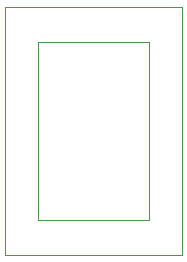
<source format=gbr>
%TF.GenerationSoftware,KiCad,Pcbnew,7.0.9*%
%TF.CreationDate,2024-06-22T14:59:43+09:00*%
%TF.ProjectId,PSU,5053552e-6b69-4636-9164-5f7063625858,rev?*%
%TF.SameCoordinates,Original*%
%TF.FileFunction,Legend,Bot*%
%TF.FilePolarity,Positive*%
%FSLAX46Y46*%
G04 Gerber Fmt 4.6, Leading zero omitted, Abs format (unit mm)*
G04 Created by KiCad (PCBNEW 7.0.9) date 2024-06-22 14:59:43*
%MOMM*%
%LPD*%
G01*
G04 APERTURE LIST*
%ADD10C,0.120000*%
G04 APERTURE END LIST*
D10*
%TO.C,SW2*%
X144900000Y-98130000D02*
X144900000Y-77130000D01*
X159900000Y-98130000D02*
X144900000Y-98130000D01*
X147700000Y-95130000D02*
X147700000Y-80130000D01*
X157100000Y-95130000D02*
X147700000Y-95130000D01*
X147700000Y-80130000D02*
X152400000Y-80130000D01*
X152400000Y-80130000D02*
X157100000Y-80130000D01*
X157100000Y-80130000D02*
X157100000Y-95130000D01*
X144900000Y-77130000D02*
X152400000Y-77130000D01*
X152400000Y-77130000D02*
X159900000Y-77130000D01*
X159900000Y-77130000D02*
X159900000Y-98130000D01*
%TD*%
M02*

</source>
